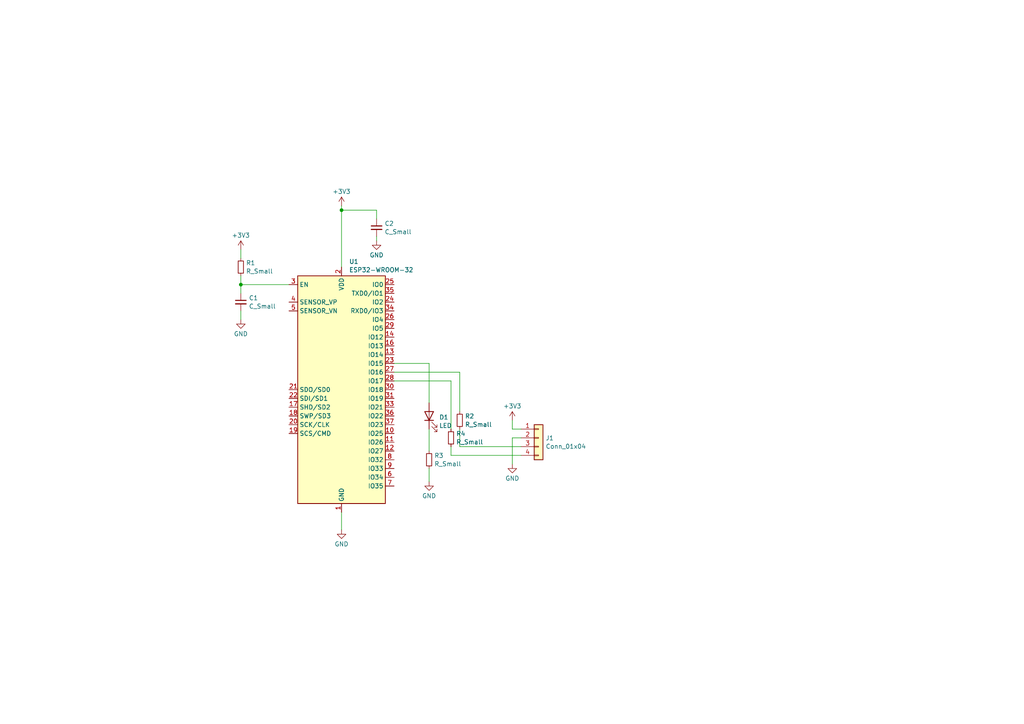
<source format=kicad_sch>
(kicad_sch (version 20230121) (generator eeschema)
  (paper "A4")
  (lib_symbols
    (symbol "Connector_Generic:Conn_01x04" (pin_names (offset 1.016) hide)
      (property "Reference" "J" (at 0 5.08 0))
      (property "Value" "Conn_01x04" (at 0 -7.62 0))
      (symbol "Conn_01x04_1_1"
        (rectangle (start -1.27 -4.953) (end 0 -5.207) (stroke (width 0.1524)))
        (rectangle (start -1.27 -2.413) (end 0 -2.667) (stroke (width 0.1524)))
        (rectangle (start -1.27 0.127) (end 0 -0.127) (stroke (width 0.1524)))
        (rectangle (start -1.27 2.667) (end 0 2.413) (stroke (width 0.1524)))
        (rectangle (start -1.27 3.81) (end 1.27 -6.35) (stroke (width 0.254)) (fill (type background)))
        (pin passive line (at -5.08 2.54 0) (length 3.81) (name "Pin_1") (number "1"))
        (pin passive line (at -5.08 0 0) (length 3.81) (name "Pin_2") (number "2"))
        (pin passive line (at -5.08 -2.54 0) (length 3.81) (name "Pin_3") (number "3"))
        (pin passive line (at -5.08 -5.08 0) (length 3.81) (name "Pin_4") (number "4"))
      )
    )
    (symbol "Device:C_Small" (pin_numbers hide) (pin_names (offset 0.254) hide)
      (property "Reference" "C" (at 0.254 1.778 0))
      (property "Value" "C_Small" (at 0.254 -2.032 0))
      (symbol "C_Small_0_1"
        (polyline (pts (xy -1.524 -0.508) (xy 1.524 -0.508)) (stroke (width 0.3302)))
        (polyline (pts (xy -1.524 0.508) (xy 1.524 0.508)) (stroke (width 0.3048)))
      )
      (symbol "C_Small_1_1"
        (pin passive line (at 0 2.54 270) (length 2.032) (name "~") (number "1"))
        (pin passive line (at 0 -2.54 90) (length 2.032) (name "~") (number "2"))
      )
    )
    (symbol "Device:LED" (pin_numbers hide) (pin_names (offset 1.016) hide)
      (property "Reference" "D" (at 0 2.54 0))
      (property "Value" "LED" (at 0 -2.54 0))
      (symbol "LED_0_1"
        (polyline (pts (xy -1.27 -1.27) (xy -1.27 1.27)) (stroke (width 0.254)))
        (polyline (pts (xy -1.27 0) (xy 1.27 0)))
        (polyline (pts (xy 1.27 -1.27) (xy 1.27 1.27) (xy -1.27 0) (xy 1.27 -1.27)) (stroke (width 0.254)))
        (polyline (pts (xy -3.048 -0.762) (xy -4.572 -2.286) (xy -3.81 -2.286) (xy -4.572 -2.286) (xy -4.572 -1.524)))
        (polyline (pts (xy -1.778 -0.762) (xy -3.302 -2.286) (xy -2.54 -2.286) (xy -3.302 -2.286) (xy -3.302 -1.524)))
      )
      (symbol "LED_1_1"
        (pin passive line (at -3.81 0 0) (length 2.54) (name "K") (number "1"))
        (pin passive line (at 3.81 0 180) (length 2.54) (name "A") (number "2"))
      )
    )
    (symbol "Device:R_Small" (pin_numbers hide) (pin_names (offset 0.254) hide)
      (property "Reference" "R" (at 0.762 0.508 0))
      (property "Value" "R_Small" (at 0.762 -1.016 0))
      (symbol "R_Small_0_1"
        (rectangle (start -0.762 1.778) (end 0.762 -1.778) (stroke (width 0.2032)))
      )
      (symbol "R_Small_1_1"
        (pin passive line (at 0 2.54 270) (length 0.762) (name "~") (number "1"))
        (pin passive line (at 0 -2.54 90) (length 0.762) (name "~") (number "2"))
      )
    )
    (symbol "RF_Module:ESP32-WROOM-32"
      (property "Reference" "U" (at -12.7 34.29 0))
      (property "Value" "ESP32-WROOM-32" (at 1.27 34.29 0))
      (symbol "ESP32-WROOM-32_0_1"
        (rectangle (start -12.7 33.02) (end 12.7 -33.02) (stroke (width 0.254)) (fill (type background)))
      )
      (symbol "ESP32-WROOM-32_1_1"
        (pin power_in line (at 0 -35.56 90) (length 2.54) (name "GND") (number "1"))
        (pin bidirectional line (at 15.24 -12.7 180) (length 2.54) (name "IO25") (number "10"))
        (pin bidirectional line (at 15.24 -15.24 180) (length 2.54) (name "IO26") (number "11"))
        (pin bidirectional line (at 15.24 -17.78 180) (length 2.54) (name "IO27") (number "12"))
        (pin bidirectional line (at 15.24 10.16 180) (length 2.54) (name "IO14") (number "13"))
        (pin bidirectional line (at 15.24 15.24 180) (length 2.54) (name "IO12") (number "14"))
        (pin passive line (at 0 -35.56 90) (length 2.54) hide (name "GND") (number "15"))
        (pin bidirectional line (at 15.24 12.7 180) (length 2.54) (name "IO13") (number "16"))
        (pin bidirectional line (at -15.24 -5.08 0) (length 2.54) (name "SHD/SD2") (number "17"))
        (pin bidirectional line (at -15.24 -7.62 0) (length 2.54) (name "SWP/SD3") (number "18"))
        (pin bidirectional line (at -15.24 -12.7 0) (length 2.54) (name "SCS/CMD") (number "19"))
        (pin power_in line (at 0 35.56 270) (length 2.54) (name "VDD") (number "2"))
        (pin bidirectional line (at -15.24 -10.16 0) (length 2.54) (name "SCK/CLK") (number "20"))
        (pin bidirectional line (at -15.24 0 0) (length 2.54) (name "SDO/SD0") (number "21"))
        (pin bidirectional line (at -15.24 -2.54 0) (length 2.54) (name "SDI/SD1") (number "22"))
        (pin bidirectional line (at 15.24 7.62 180) (length 2.54) (name "IO15") (number "23"))
        (pin bidirectional line (at 15.24 25.4 180) (length 2.54) (name "IO2") (number "24"))
        (pin bidirectional line (at 15.24 30.48 180) (length 2.54) (name "IO0") (number "25"))
        (pin bidirectional line (at 15.24 20.32 180) (length 2.54) (name "IO4") (number "26"))
        (pin bidirectional line (at 15.24 5.08 180) (length 2.54) (name "IO16") (number "27"))
        (pin bidirectional line (at 15.24 2.54 180) (length 2.54) (name "IO17") (number "28"))
        (pin bidirectional line (at 15.24 17.78 180) (length 2.54) (name "IO5") (number "29"))
        (pin input line (at -15.24 30.48 0) (length 2.54) (name "EN") (number "3"))
        (pin bidirectional line (at 15.24 0 180) (length 2.54) (name "IO18") (number "30"))
        (pin bidirectional line (at 15.24 -2.54 180) (length 2.54) (name "IO19") (number "31"))
        (pin no_connect line (at -12.7 -27.94 0) (length 2.54) hide (name "NC") (number "32"))
        (pin bidirectional line (at 15.24 -5.08 180) (length 2.54) (name "IO21") (number "33"))
        (pin bidirectional line (at 15.24 22.86 180) (length 2.54) (name "RXD0/IO3") (number "34"))
        (pin bidirectional line (at 15.24 27.94 180) (length 2.54) (name "TXD0/IO1") (number "35"))
        (pin bidirectional line (at 15.24 -7.62 180) (length 2.54) (name "IO22") (number "36"))
        (pin bidirectional line (at 15.24 -10.16 180) (length 2.54) (name "IO23") (number "37"))
        (pin passive line (at 0 -35.56 90) (length 2.54) hide (name "GND") (number "38"))
        (pin passive line (at 0 -35.56 90) (length 2.54) hide (name "GND") (number "39"))
        (pin input line (at -15.24 25.4 0) (length 2.54) (name "SENSOR_VP") (number "4"))
        (pin input line (at -15.24 22.86 0) (length 2.54) (name "SENSOR_VN") (number "5"))
        (pin input line (at 15.24 -25.4 180) (length 2.54) (name "IO34") (number "6"))
        (pin input line (at 15.24 -27.94 180) (length 2.54) (name "IO35") (number "7"))
        (pin bidirectional line (at 15.24 -20.32 180) (length 2.54) (name "IO32") (number "8"))
        (pin bidirectional line (at 15.24 -22.86 180) (length 2.54) (name "IO33") (number "9"))
      )
    )
    (symbol "power:+3V3" (power) (pin_names (offset 0))
      (property "Value" "+3V3" (at 0 3.556 0))
      (symbol "+3V3_0_1"
        (polyline (pts (xy -0.762 1.27) (xy 0 2.54)))
        (polyline (pts (xy 0 0) (xy 0 2.54)))
        (polyline (pts (xy 0 2.54) (xy 0.762 1.27)))
      )
      (symbol "+3V3_1_1"
        (pin power_in line (at 0 0 90) (length 0) hide (name "+3V3") (number "1"))
      )
    )
    (symbol "power:GND" (power) (pin_names (offset 0))
      (property "Value" "GND" (at 0 -3.81 0))
      (symbol "GND_0_1"
        (polyline (pts (xy 0 0) (xy 0 -1.27) (xy 1.27 -1.27) (xy 0 -2.54) (xy -1.27 -1.27) (xy 0 -1.27)))
      )
      (symbol "GND_1_1"
        (pin power_in line (at 0 0 270) (length 0) hide (name "GND") (number "1"))
      )
    )
  )
  (junction (at 69.85 82.55))
  (junction (at 99.06 60.96))
  (wire (pts (xy 99.06 60.96) (xy 109.22 60.96)))
  (wire (pts (xy 124.46 105.41) (xy 124.46 116.84)))
  (wire (pts (xy 151.13 132.08) (xy 130.81 132.08)))
  (wire (pts (xy 99.06 77.47) (xy 99.06 60.96)))
  (wire (pts (xy 148.59 124.46) (xy 148.59 121.92)))
  (wire (pts (xy 148.59 127) (xy 151.13 127)))
  (wire (pts (xy 133.35 107.95) (xy 133.35 119.38)))
  (wire (pts (xy 124.46 124.46) (xy 124.46 130.81)))
  (wire (pts (xy 69.85 82.55) (xy 83.82 82.55)))
  (wire (pts (xy 130.81 132.08) (xy 130.81 129.54)))
  (wire (pts (xy 133.35 124.46) (xy 133.35 129.54)))
  (wire (pts (xy 99.06 59.69) (xy 99.06 60.96)))
  (wire (pts (xy 69.85 80.01) (xy 69.85 82.55)))
  (wire (pts (xy 99.06 148.59) (xy 99.06 153.67)))
  (wire (pts (xy 69.85 72.39) (xy 69.85 74.93)))
  (wire (pts (xy 69.85 92.71) (xy 69.85 90.17)))
  (wire (pts (xy 109.22 68.58) (xy 109.22 69.85)))
  (wire (pts (xy 69.85 85.09) (xy 69.85 82.55)))
  (wire (pts (xy 151.13 124.46) (xy 148.59 124.46)))
  (wire (pts (xy 133.35 129.54) (xy 151.13 129.54)))
  (wire (pts (xy 109.22 60.96) (xy 109.22 63.5)))
  (wire (pts (xy 114.3 105.41) (xy 124.46 105.41)))
  (wire (pts (xy 130.81 110.49) (xy 114.3 110.49)))
  (wire (pts (xy 148.59 134.62) (xy 148.59 127)))
  (wire (pts (xy 114.3 107.95) (xy 133.35 107.95)))
  (wire (pts (xy 130.81 124.46) (xy 130.81 110.49)))
  (wire (pts (xy 124.46 135.89) (xy 124.46 139.7)))
  (symbol (lib_id "power:+3V3") (at 148.59 121.92 0) (unit 1)
    (property "Reference" "#PWR04" (effects hide))
    (property "Value" "+3V3" (at 148.59 117.7869 0))
  )
  (symbol (lib_id "power:GND") (at 124.46 139.7 0) (unit 1)
    (property "Reference" "#PWR03" (effects hide))
    (property "Value" "GND" (at 124.46 143.8331 0))
  )
  (symbol (lib_id "power:GND") (at 69.85 92.71 0) (unit 1)
    (property "Reference" "#PWR06" (effects hide))
    (property "Value" "GND" (at 69.85 96.8431 0))
  )
  (symbol (lib_id "Device:R_Small") (at 133.35 121.92 0) (unit 1)
    (property "Reference" "R2" (at 134.8486 120.7079 0) (effects (justify left)))
    (property "Value" "R_Small" (at 134.8486 123.1321 0) (effects (justify left)))
    (property "Footprint" "Resistor_SMD:R_1206_3216Metric_Pad1.30x1.75mm_HandSolder" (effects hide))
  )
  (symbol (lib_id "power:GND") (at 99.06 153.67 0) (unit 1)
    (property "Reference" "#PWR01" (effects hide))
    (property "Value" "GND" (at 99.06 157.8031 0))
  )
  (symbol (lib_id "power:GND") (at 148.59 134.62 0) (unit 1)
    (property "Reference" "#PWR08" (effects hide))
    (property "Value" "GND" (at 148.59 138.7531 0))
  )
  (symbol (lib_id "power:+3V3") (at 69.85 72.39 0) (unit 1)
    (property "Reference" "#PWR05" (effects hide))
    (property "Value" "+3V3" (at 69.85 68.2569 0))
  )
  (symbol (lib_id "Device:LED") (at 124.46 120.65 90) (unit 1)
    (property "Reference" "D1" (at 127.381 121.0254 90) (effects (justify right)))
    (property "Value" "LED" (at 127.381 123.4496 90) (effects (justify right)))
    (property "Footprint" "Diode_SMD:D_1206_3216Metric_Pad1.42x1.75mm_HandSolder" (effects hide))
  )
  (symbol (lib_id "Device:R_Small") (at 124.46 133.35 0) (unit 1)
    (property "Reference" "R3" (at 125.9586 132.1379 0) (effects (justify left)))
    (property "Value" "R_Small" (at 125.9586 134.5621 0) (effects (justify left)))
    (property "Footprint" "Resistor_SMD:R_1206_3216Metric_Pad1.30x1.75mm_HandSolder" (effects hide))
  )
  (symbol (lib_id "power:+3V3") (at 99.06 59.69 0) (unit 1)
    (property "Reference" "#PWR02" (effects hide))
    (property "Value" "+3V3" (at 99.06 55.5569 0))
  )
  (symbol (lib_id "power:GND") (at 109.22 69.85 0) (unit 1)
    (property "Reference" "#PWR07" (effects hide))
    (property "Value" "GND" (at 109.22 73.9831 0))
  )
  (symbol (lib_id "RF_Module:ESP32-WROOM-32") (at 99.06 113.03 0) (unit 1)
    (property "Reference" "U1" (at 101.2541 75.8657 0) (effects (justify left)))
    (property "Value" "ESP32-WROOM-32" (at 101.2541 78.2899 0) (effects (justify left)))
    (property "Footprint" "RF_Module:ESP32-WROOM-32" (effects hide))
    (property "Datasheet" "https://www.espressif.com/sites/default/files/documentation/esp32-wroom-32_datasheet_en.pdf" (effects hide))
  )
  (symbol (lib_id "Connector_Generic:Conn_01x04") (at 156.21 127 0) (unit 1)
    (property "Reference" "J1" (at 158.242 127.0579 0) (effects (justify left)))
    (property "Value" "Conn_01x04" (at 158.242 129.4821 0) (effects (justify left)))
    (property "Footprint" "Connector_PinSocket_2.54mm:PinSocket_1x04_P2.54mm_Vertical" (effects hide))
  )
  (symbol (lib_id "Device:C_Small") (at 69.85 87.63 0) (unit 1)
    (property "Reference" "C1" (at 72.1741 86.4242 0) (effects (justify left)))
    (property "Value" "C_Small" (at 72.1741 88.8484 0) (effects (justify left)))
    (property "Footprint" "Capacitor_SMD:C_1206_3216Metric_Pad1.33x1.80mm_HandSolder" (effects hide))
  )
  (symbol (lib_id "Device:R_Small") (at 69.85 77.47 0) (unit 1)
    (property "Reference" "R1" (at 71.3486 76.2579 0) (effects (justify left)))
    (property "Value" "R_Small" (at 71.3486 78.6821 0) (effects (justify left)))
    (property "Footprint" "Resistor_SMD:R_1206_3216Metric_Pad1.30x1.75mm_HandSolder" (effects hide))
  )
  (symbol (lib_id "Device:C_Small") (at 109.22 66.04 0) (unit 1)
    (property "Reference" "C2" (at 111.5441 64.8342 0) (effects (justify left)))
    (property "Value" "C_Small" (at 111.5441 67.2584 0) (effects (justify left)))
    (property "Footprint" "Capacitor_SMD:C_1206_3216Metric_Pad1.33x1.80mm_HandSolder" (effects hide))
  )
  (symbol (lib_id "Device:R_Small") (at 130.81 127 0) (unit 1)
    (property "Reference" "R4" (at 132.3086 125.7879 0) (effects (justify left)))
    (property "Value" "R_Small" (at 132.3086 128.2121 0) (effects (justify left)))
    (property "Footprint" "Resistor_SMD:R_1206_3216Metric_Pad1.30x1.75mm_HandSolder" (effects hide))
  )
)
</source>
